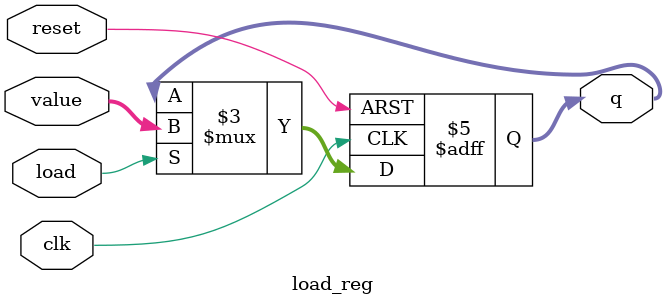
<source format=v>
`timescale 1ns / 1ps
module load_reg(load,value,q,clk,reset  );
input [7:0] value;
output reg [7:0] q;
input load,clk,reset;

always @(posedge clk,posedge reset) begin
	if (reset)
		q <= 8'b0;
	else  begin
		if (load)
			q <= value;
		else
			q <= q;
	end
end

endmodule

</source>
